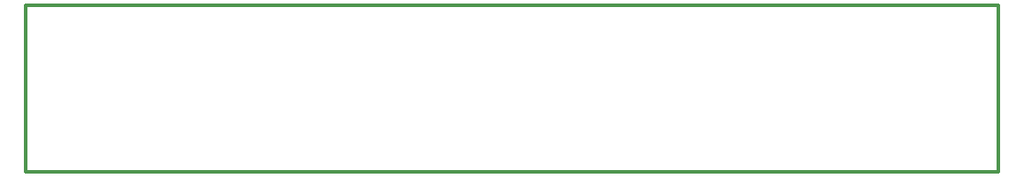
<source format=gbr>
G04 #@! TF.GenerationSoftware,KiCad,Pcbnew,(5.1.4)-1*
G04 #@! TF.CreationDate,2020-05-25T21:58:02+03:00*
G04 #@! TF.ProjectId,naa,6e61612e-6b69-4636-9164-5f7063625858,rev?*
G04 #@! TF.SameCoordinates,Original*
G04 #@! TF.FileFunction,Profile,NP*
%FSLAX46Y46*%
G04 Gerber Fmt 4.6, Leading zero omitted, Abs format (unit mm)*
G04 Created by KiCad (PCBNEW (5.1.4)-1) date 2020-05-25 21:58:02*
%MOMM*%
%LPD*%
G04 APERTURE LIST*
%ADD10C,0.300000*%
G04 APERTURE END LIST*
D10*
X207250000Y-62750000D02*
X114250000Y-62750000D01*
X207250000Y-78750000D02*
X207250000Y-62750000D01*
X114250000Y-78750000D02*
X207250000Y-78750000D01*
X114250000Y-62750000D02*
X114250000Y-78750000D01*
M02*

</source>
